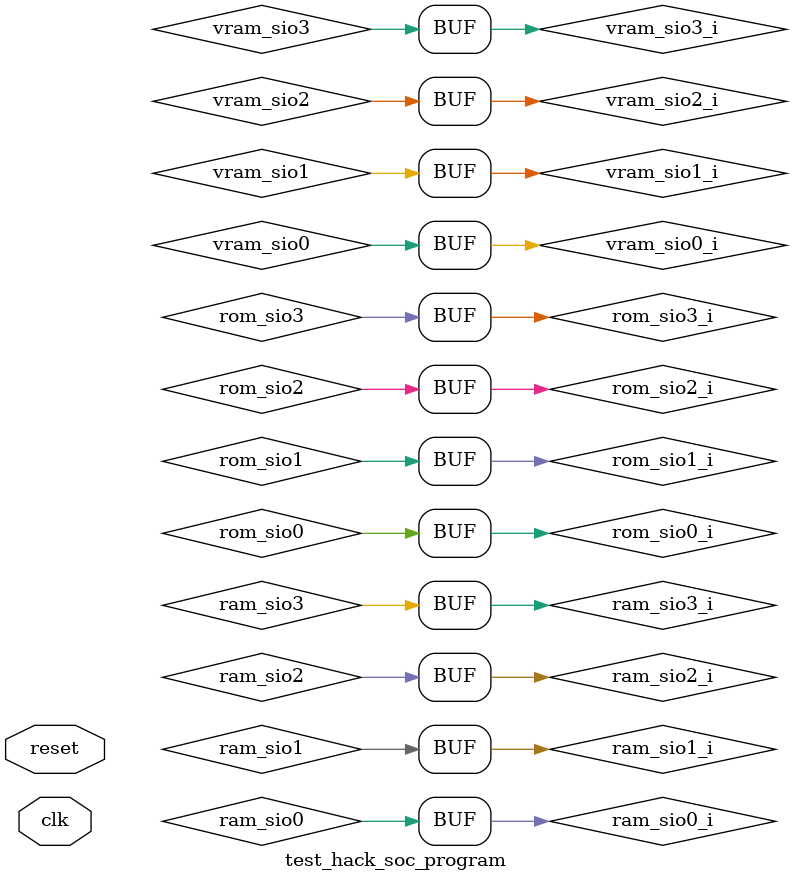
<source format=v>
`default_nettype none
`timescale 1ns/10ps

module test_hack_soc_program (
    input reset,
    input clk
);



// localparam  ROM_FILE = "../hack_programs/test_assignment_and_jump.hack8";
// localparam  ROM_FILE = "../hack_programs/FIllMemAndCheck_to5.hack8";
// localparam  ROM_FILE = "../hack_programs/FillVram_to16390.hack8";
// localparam  ROM_FILE = "../hack_programs/FillVram_to24574.hack8";
localparam  ROM_FILE = "../hack_programs/dibuja_esquinas_sin_clear.hack8";


localparam	FILE_LINES = 100;
localparam  INSTRUCTION_WIDTH = 16;
localparam  ROM_ADDRESS_WIDTH = 16;
localparam HACK_GPIO_WIDTH = 16;


// ROM Loading Lines
wire rom_loader_load;
wire [INSTRUCTION_WIDTH-1:0] rom_loader_data;
wire rom_loader_ack;
wire rom_loader_sck;
wire rom_loader_load_received;



reg run_file_to_rom;

wire done_loading_rom;
wire [INSTRUCTION_WIDTH-1:0] file_to_rom_loader_data;
load_file_to_rom #(
        .BYTE_COUNT(FILE_LINES),
        .ROM_FILE(ROM_FILE),
        .DATA_WIDTH(INSTRUCTION_WIDTH)
    ) file_to_rom (

    .clk(clk), 
    .reset(reset),

    .run(run_file_to_rom),
    .done_loading(done_loading_rom),

    // Control lines
    .rom_loader_load(rom_loader_load),
	.rom_loader_sck(rom_loader_sck),
    .rom_loader_data(rom_loader_data),
    .rom_loader_ack(rom_loader_ack)
);





M23LC1024 ram (
		.SI_SIO0(ram_sio0), 
		.SO_SIO1(ram_sio1), 
		.SCK(ram_sck), 
		.CS_N(ram_cs_n), 
		.SIO2(ram_sio2), 
		.HOLD_N_SIO3(ram_sio3), 
		.RESET(reset));

M23LC1024 rom (
		.SI_SIO0(rom_sio0), 
		.SO_SIO1(rom_sio1), 
		.SCK(rom_sck), 
		.CS_N(rom_cs_n), 
		.SIO2(rom_sio2), 
		.HOLD_N_SIO3(rom_sio3), 
		.RESET(reset));

M23LC1024 vram (
		.SI_SIO0(vram_sio0), 
		.SO_SIO1(vram_sio1), 
		.SCK(vram_sck), 
		.CS_N(vram_cs_n), 
		.SIO2(vram_sio2), 
		.HOLD_N_SIO3(vram_sio3), 
		.RESET(reset));		

wire ram_sck;
wire ram_cs_n;
wire ram_sio0;
wire ram_sio1;
wire ram_sio2;
wire ram_sio3;

wire ram_sio_oe;
wire ram_sio0_i;
wire ram_sio1_i;
wire ram_sio2_i;
wire ram_sio3_i;
wire ram_sio0_o;
wire ram_sio1_o;
wire ram_sio2_o;
wire ram_sio3_o;

assign ram_sio0 = ram_sio_oe ? ram_sio0_o : 1'bZ;
assign ram_sio0_i = ram_sio0;
assign ram_sio1 = ram_sio_oe ? ram_sio1_o : 1'bZ;
assign ram_sio1_i = ram_sio1;
assign ram_sio2 = ram_sio_oe ? ram_sio2_o : 1'bZ;
assign ram_sio2_i = ram_sio2;
assign ram_sio3 = ram_sio_oe ? ram_sio3_o : 1'bZ;
assign ram_sio3_i = ram_sio3;

wire rom_sck;
wire rom_cs_n;
wire rom_sio0;
wire rom_sio1;
wire rom_sio2;
wire rom_sio3;

wire rom_sio_oe;
wire rom_sio0_i;
wire rom_sio1_i;
wire rom_sio2_i;
wire rom_sio3_i;
wire rom_sio0_o;
wire rom_sio1_o;
wire rom_sio2_o;
wire rom_sio3_o;

assign rom_sio0 = rom_sio_oe ? rom_sio0_o : 1'bZ;
assign rom_sio0_i = rom_sio0;
assign rom_sio1 = rom_sio_oe ? rom_sio1_o : 1'bZ;
assign rom_sio1_i = rom_sio1;
assign rom_sio2 = rom_sio_oe ? rom_sio2_o : 1'bZ;
assign rom_sio2_i = rom_sio2;
assign rom_sio3 = rom_sio_oe ? rom_sio3_o : 1'bZ;
assign rom_sio3_i = rom_sio3;

wire vram_sck;
wire vram_cs_n;
wire vram_sio0;
wire vram_sio1;
wire vram_sio2;
wire vram_sio3;

wire vram_sio_oe;
wire vram_sio0_i;
wire vram_sio1_i;
wire vram_sio2_i;
wire vram_sio3_i;
wire vram_sio0_o;
wire vram_sio1_o;
wire vram_sio2_o;
wire vram_sio3_o;

assign vram_sio0 = vram_sio_oe ? vram_sio0_o : 1'bZ;
assign vram_sio0_i = vram_sio0;
assign vram_sio1 = vram_sio_oe ? vram_sio1_o : 1'bZ;
assign vram_sio1_i = vram_sio1;
assign vram_sio2 = vram_sio_oe ? vram_sio2_o : 1'bZ;
assign vram_sio2_i = vram_sio2;
assign vram_sio3 = vram_sio_oe ? vram_sio3_o : 1'bZ;
assign vram_sio3_i = vram_sio3;



reg hack_external_reset;

wire display_hsync;
wire display_vsync;
wire display_rgb;
wire [HACK_GPIO_WIDTH-1:0] gpio;
wire [15:0] debug_pc;


hack_soc soc(
	.clk(clk),
	.display_clk(clk),
	.reset(reset),

	.hack_external_reset(hack_external_reset),

	/** RAM: qspi serial sram **/
	.ram_cs_n(ram_cs_n),
	.ram_sck(ram_sck),
	.ram_sio_oe(ram_sio_oe), // output enable the SIO lines
	// SIO as inputs from SRAM	
	.ram_sio0_i(ram_sio0_i), // sram_si_sio0 
	.ram_sio1_i(ram_sio1_i), // sram_so_sio1
	.ram_sio2_i(ram_sio2_i), // sram_sio2
	.ram_sio3_i(ram_sio3_i), // sram_hold_n_sio3
	// SIO as outputs to SRAM
	.ram_sio0_o(ram_sio0_o), // sram_si_sio0
	.ram_sio1_o(ram_sio1_o), // sram_so_sio1
	.ram_sio2_o(ram_sio2_o), // sram_sio2
	.ram_sio3_o(ram_sio3_o), // sram_hold_n_sio3

	/** ROM: qspi serial sram **/
	.rom_cs_n(rom_cs_n),
	.rom_sck(rom_sck),
	.rom_sio_oe(rom_sio_oe), // output enable the SIO lines
	// SIO as inputs from SRAM	
	.rom_sio0_i(rom_sio0_i), // sram_si_sio0 
	.rom_sio1_i(rom_sio1_i), // sram_so_sio1
	.rom_sio2_i(rom_sio2_i), // sram_sio2
	.rom_sio3_i(rom_sio3_i), // sram_hold_n_sio3
	// SIO as outputs to SRAM
	.rom_sio0_o(rom_sio0_o), // sram_si_sio0
	.rom_sio1_o(rom_sio1_o), // sram_so_sio1
	.rom_sio2_o(rom_sio2_o), // sram_sio2
	.rom_sio3_o(rom_sio3_o), // sram_hold_n_sio3


	/** VRAM: qspi serial sram **/
	.vram_cs_n(vram_cs_n),
	.vram_sck(vram_sck),
	.vram_sio_oe(vram_sio_oe), // output enable the SIO lines
	// SIO as inputs from SRAM	
	.vram_sio0_i(vram_sio0_i), // sram_si_sio0 
	.vram_sio1_i(vram_sio1_i), // sram_so_sio1
	.vram_sio2_i(vram_sio2_i), // sram_sio2
	.vram_sio3_i(vram_sio3_i), // sram_hold_n_sio3
	// SIO as outputs to SRAM
	.vram_sio0_o(vram_sio0_o), // sram_si_sio0
	.vram_sio1_o(vram_sio1_o), // sram_so_sio1
	.vram_sio2_o(vram_sio2_o), // sram_sio2
	.vram_sio3_o(vram_sio3_o), // sram_hold_n_sio3


	// ** DISPLAY ** //
	.display_hsync(display_hsync),
	.display_vsync(display_vsync),
	.display_rgb(display_rgb),



	// ROM LOADING LINES
	// inputs
	.rom_loader_load(rom_loader_load),
	.rom_loader_sck(rom_loader_sck),
	.rom_loader_data(rom_loader_data),
	// outputs
	.rom_loader_ack(rom_loader_ack),
	


	// GPIO
	.gpio(gpio)

	// DEBUG	
	// .debug_pc(debug_pc)


	);


always @(posedge clk ) begin
	hack_external_reset <= !ready_to_start;
end


reg ready_to_start;

always @(posedge clk) begin
    if(reset) begin
        run_file_to_rom <= 0;
		ready_to_start <= 0;
    end else begin
		if(done_loading_rom) begin
			ready_to_start <= 1;
			run_file_to_rom <= 0;
		end else if(!run_file_to_rom) begin
        	run_file_to_rom <= 1;
		end
    end
    
end


endmodule
</source>
